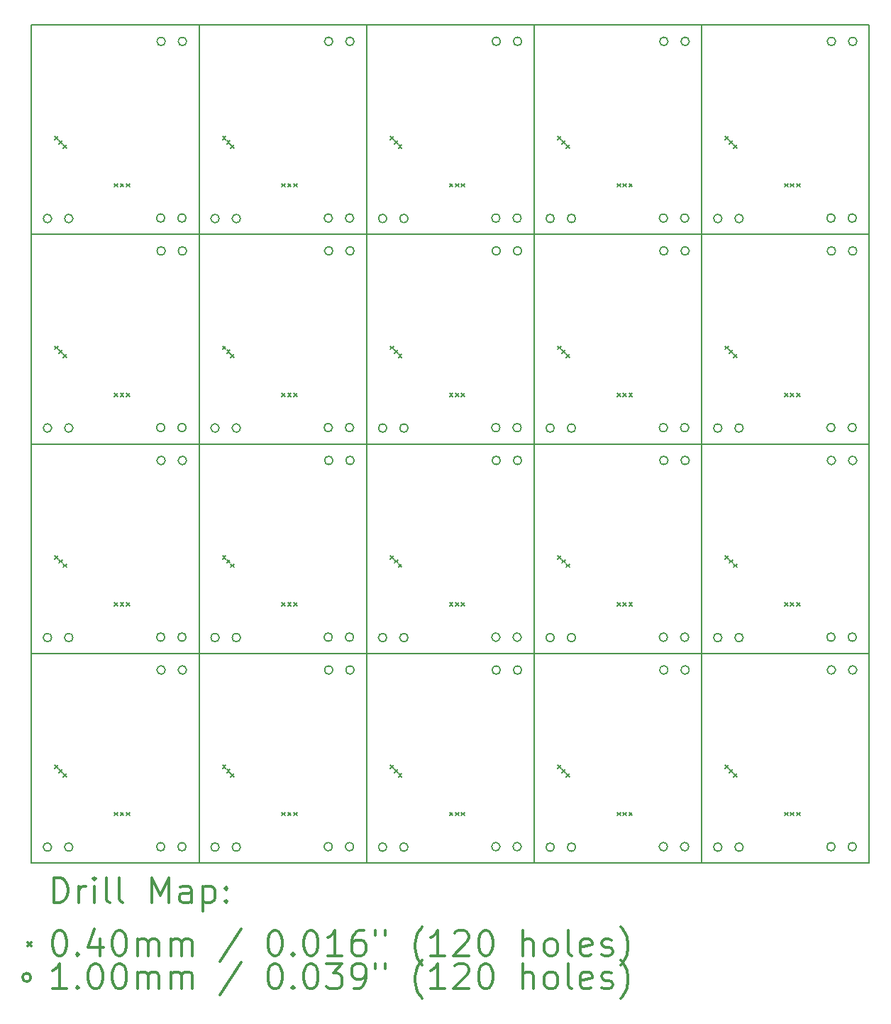
<source format=gbr>
%FSLAX45Y45*%
G04 Gerber Fmt 4.5, Leading zero omitted, Abs format (unit mm)*
G04 Created by KiCad (PCBNEW 4.0.2-stable) date 11/13/2017 5:19:13 PM*
%MOMM*%
G01*
G04 APERTURE LIST*
%ADD10C,0.127000*%
%ADD11C,0.150000*%
%ADD12C,0.200000*%
%ADD13C,0.300000*%
G04 APERTURE END LIST*
D10*
D11*
X11000000Y-14000000D02*
X11000000Y-11500000D01*
X9000000Y-14000000D02*
X11000000Y-14000000D01*
X11000000Y-11500000D02*
X9000000Y-11500000D01*
X9000000Y-14000000D02*
X9000000Y-11500000D01*
X11000000Y-11500000D02*
X11000000Y-14000000D01*
X13000000Y-14000000D02*
X13000000Y-11500000D01*
X11000000Y-14000000D02*
X13000000Y-14000000D01*
X13000000Y-11500000D02*
X13000000Y-14000000D01*
X13000000Y-14000000D02*
X15000000Y-14000000D01*
X13000000Y-11500000D02*
X11000000Y-11500000D01*
X15000000Y-11500000D02*
X13000000Y-11500000D01*
X15000000Y-11500000D02*
X15000000Y-14000000D01*
X17000000Y-11500000D02*
X15000000Y-11500000D01*
X15000000Y-14000000D02*
X15000000Y-11500000D01*
X15000000Y-14000000D02*
X17000000Y-14000000D01*
X17000000Y-14000000D02*
X17000000Y-11500000D01*
X7000000Y-11500000D02*
X7000000Y-14000000D01*
X9000000Y-11500000D02*
X9000000Y-14000000D01*
X7000000Y-14000000D02*
X9000000Y-14000000D01*
X9000000Y-11500000D02*
X7000000Y-11500000D01*
X11000000Y-11500000D02*
X11000000Y-9000000D01*
X9000000Y-11500000D02*
X11000000Y-11500000D01*
X11000000Y-9000000D02*
X9000000Y-9000000D01*
X9000000Y-11500000D02*
X9000000Y-9000000D01*
X11000000Y-9000000D02*
X11000000Y-11500000D01*
X13000000Y-11500000D02*
X13000000Y-9000000D01*
X11000000Y-11500000D02*
X13000000Y-11500000D01*
X13000000Y-9000000D02*
X13000000Y-11500000D01*
X13000000Y-11500000D02*
X15000000Y-11500000D01*
X13000000Y-9000000D02*
X11000000Y-9000000D01*
X15000000Y-9000000D02*
X13000000Y-9000000D01*
X15000000Y-9000000D02*
X15000000Y-11500000D01*
X17000000Y-9000000D02*
X15000000Y-9000000D01*
X15000000Y-11500000D02*
X15000000Y-9000000D01*
X15000000Y-11500000D02*
X17000000Y-11500000D01*
X17000000Y-11500000D02*
X17000000Y-9000000D01*
X7000000Y-9000000D02*
X7000000Y-11500000D01*
X9000000Y-9000000D02*
X9000000Y-11500000D01*
X7000000Y-11500000D02*
X9000000Y-11500000D01*
X9000000Y-9000000D02*
X7000000Y-9000000D01*
X11000000Y-9000000D02*
X11000000Y-6500000D01*
X9000000Y-9000000D02*
X11000000Y-9000000D01*
X11000000Y-6500000D02*
X9000000Y-6500000D01*
X9000000Y-9000000D02*
X9000000Y-6500000D01*
X11000000Y-6500000D02*
X11000000Y-9000000D01*
X13000000Y-9000000D02*
X13000000Y-6500000D01*
X11000000Y-9000000D02*
X13000000Y-9000000D01*
X13000000Y-6500000D02*
X13000000Y-9000000D01*
X13000000Y-9000000D02*
X15000000Y-9000000D01*
X13000000Y-6500000D02*
X11000000Y-6500000D01*
X15000000Y-6500000D02*
X13000000Y-6500000D01*
X15000000Y-6500000D02*
X15000000Y-9000000D01*
X17000000Y-6500000D02*
X15000000Y-6500000D01*
X15000000Y-9000000D02*
X15000000Y-6500000D01*
X15000000Y-9000000D02*
X17000000Y-9000000D01*
X17000000Y-9000000D02*
X17000000Y-6500000D01*
X7000000Y-6500000D02*
X7000000Y-9000000D01*
X9000000Y-6500000D02*
X9000000Y-9000000D01*
X7000000Y-9000000D02*
X9000000Y-9000000D01*
X9000000Y-6500000D02*
X7000000Y-6500000D01*
X15000000Y-4000000D02*
X15000000Y-6500000D01*
X17000000Y-6500000D02*
X17000000Y-4000000D01*
X17000000Y-4000000D02*
X15000000Y-4000000D01*
X15000000Y-6500000D02*
X17000000Y-6500000D01*
X13000000Y-4000000D02*
X13000000Y-6500000D01*
X15000000Y-6500000D02*
X15000000Y-4000000D01*
X15000000Y-4000000D02*
X13000000Y-4000000D01*
X13000000Y-6500000D02*
X15000000Y-6500000D01*
X11000000Y-4000000D02*
X11000000Y-6500000D01*
X13000000Y-6500000D02*
X13000000Y-4000000D01*
X13000000Y-4000000D02*
X11000000Y-4000000D01*
X11000000Y-6500000D02*
X13000000Y-6500000D01*
X9000000Y-4000000D02*
X9000000Y-6500000D01*
X11000000Y-6500000D02*
X11000000Y-4000000D01*
X11000000Y-4000000D02*
X9000000Y-4000000D01*
X9000000Y-6500000D02*
X11000000Y-6500000D01*
X9000000Y-4000000D02*
X7000000Y-4000000D01*
X9000000Y-6500000D02*
X9000000Y-4000000D01*
X7000000Y-6500000D02*
X9000000Y-6500000D01*
X7000000Y-4000000D02*
X7000000Y-6500000D01*
D12*
X7280000Y-5330000D02*
X7320000Y-5370000D01*
X7320000Y-5330000D02*
X7280000Y-5370000D01*
X7280000Y-7830000D02*
X7320000Y-7870000D01*
X7320000Y-7830000D02*
X7280000Y-7870000D01*
X7280000Y-10330000D02*
X7320000Y-10370000D01*
X7320000Y-10330000D02*
X7280000Y-10370000D01*
X7280000Y-12830000D02*
X7320000Y-12870000D01*
X7320000Y-12830000D02*
X7280000Y-12870000D01*
X7330000Y-5380000D02*
X7370000Y-5420000D01*
X7370000Y-5380000D02*
X7330000Y-5420000D01*
X7330000Y-7880000D02*
X7370000Y-7920000D01*
X7370000Y-7880000D02*
X7330000Y-7920000D01*
X7330000Y-10380000D02*
X7370000Y-10420000D01*
X7370000Y-10380000D02*
X7330000Y-10420000D01*
X7330000Y-12880000D02*
X7370000Y-12920000D01*
X7370000Y-12880000D02*
X7330000Y-12920000D01*
X7378760Y-5430320D02*
X7418760Y-5470320D01*
X7418760Y-5430320D02*
X7378760Y-5470320D01*
X7378760Y-7930320D02*
X7418760Y-7970320D01*
X7418760Y-7930320D02*
X7378760Y-7970320D01*
X7378760Y-10430320D02*
X7418760Y-10470320D01*
X7418760Y-10430320D02*
X7378760Y-10470320D01*
X7378760Y-12930320D02*
X7418760Y-12970320D01*
X7418760Y-12930320D02*
X7378760Y-12970320D01*
X7988360Y-5892600D02*
X8028360Y-5932600D01*
X8028360Y-5892600D02*
X7988360Y-5932600D01*
X7988360Y-8392600D02*
X8028360Y-8432600D01*
X8028360Y-8392600D02*
X7988360Y-8432600D01*
X7988360Y-10892600D02*
X8028360Y-10932600D01*
X8028360Y-10892600D02*
X7988360Y-10932600D01*
X7988360Y-13392600D02*
X8028360Y-13432600D01*
X8028360Y-13392600D02*
X7988360Y-13432600D01*
X8059480Y-5892600D02*
X8099480Y-5932600D01*
X8099480Y-5892600D02*
X8059480Y-5932600D01*
X8059480Y-8392600D02*
X8099480Y-8432600D01*
X8099480Y-8392600D02*
X8059480Y-8432600D01*
X8059480Y-10892600D02*
X8099480Y-10932600D01*
X8099480Y-10892600D02*
X8059480Y-10932600D01*
X8059480Y-13392600D02*
X8099480Y-13432600D01*
X8099480Y-13392600D02*
X8059480Y-13432600D01*
X8130600Y-5892600D02*
X8170600Y-5932600D01*
X8170600Y-5892600D02*
X8130600Y-5932600D01*
X8130600Y-8392600D02*
X8170600Y-8432600D01*
X8170600Y-8392600D02*
X8130600Y-8432600D01*
X8130600Y-10892600D02*
X8170600Y-10932600D01*
X8170600Y-10892600D02*
X8130600Y-10932600D01*
X8130600Y-13392600D02*
X8170600Y-13432600D01*
X8170600Y-13392600D02*
X8130600Y-13432600D01*
X9280000Y-5330000D02*
X9320000Y-5370000D01*
X9320000Y-5330000D02*
X9280000Y-5370000D01*
X9280000Y-7830000D02*
X9320000Y-7870000D01*
X9320000Y-7830000D02*
X9280000Y-7870000D01*
X9280000Y-10330000D02*
X9320000Y-10370000D01*
X9320000Y-10330000D02*
X9280000Y-10370000D01*
X9280000Y-12830000D02*
X9320000Y-12870000D01*
X9320000Y-12830000D02*
X9280000Y-12870000D01*
X9330000Y-5380000D02*
X9370000Y-5420000D01*
X9370000Y-5380000D02*
X9330000Y-5420000D01*
X9330000Y-7880000D02*
X9370000Y-7920000D01*
X9370000Y-7880000D02*
X9330000Y-7920000D01*
X9330000Y-10380000D02*
X9370000Y-10420000D01*
X9370000Y-10380000D02*
X9330000Y-10420000D01*
X9330000Y-12880000D02*
X9370000Y-12920000D01*
X9370000Y-12880000D02*
X9330000Y-12920000D01*
X9378760Y-5430320D02*
X9418760Y-5470320D01*
X9418760Y-5430320D02*
X9378760Y-5470320D01*
X9378760Y-7930320D02*
X9418760Y-7970320D01*
X9418760Y-7930320D02*
X9378760Y-7970320D01*
X9378760Y-10430320D02*
X9418760Y-10470320D01*
X9418760Y-10430320D02*
X9378760Y-10470320D01*
X9378760Y-12930320D02*
X9418760Y-12970320D01*
X9418760Y-12930320D02*
X9378760Y-12970320D01*
X9988360Y-5892600D02*
X10028360Y-5932600D01*
X10028360Y-5892600D02*
X9988360Y-5932600D01*
X9988360Y-8392600D02*
X10028360Y-8432600D01*
X10028360Y-8392600D02*
X9988360Y-8432600D01*
X9988360Y-10892600D02*
X10028360Y-10932600D01*
X10028360Y-10892600D02*
X9988360Y-10932600D01*
X9988360Y-13392600D02*
X10028360Y-13432600D01*
X10028360Y-13392600D02*
X9988360Y-13432600D01*
X10059480Y-5892600D02*
X10099480Y-5932600D01*
X10099480Y-5892600D02*
X10059480Y-5932600D01*
X10059480Y-8392600D02*
X10099480Y-8432600D01*
X10099480Y-8392600D02*
X10059480Y-8432600D01*
X10059480Y-10892600D02*
X10099480Y-10932600D01*
X10099480Y-10892600D02*
X10059480Y-10932600D01*
X10059480Y-13392600D02*
X10099480Y-13432600D01*
X10099480Y-13392600D02*
X10059480Y-13432600D01*
X10130600Y-5892600D02*
X10170600Y-5932600D01*
X10170600Y-5892600D02*
X10130600Y-5932600D01*
X10130600Y-8392600D02*
X10170600Y-8432600D01*
X10170600Y-8392600D02*
X10130600Y-8432600D01*
X10130600Y-10892600D02*
X10170600Y-10932600D01*
X10170600Y-10892600D02*
X10130600Y-10932600D01*
X10130600Y-13392600D02*
X10170600Y-13432600D01*
X10170600Y-13392600D02*
X10130600Y-13432600D01*
X11280000Y-5330000D02*
X11320000Y-5370000D01*
X11320000Y-5330000D02*
X11280000Y-5370000D01*
X11280000Y-7830000D02*
X11320000Y-7870000D01*
X11320000Y-7830000D02*
X11280000Y-7870000D01*
X11280000Y-10330000D02*
X11320000Y-10370000D01*
X11320000Y-10330000D02*
X11280000Y-10370000D01*
X11280000Y-12830000D02*
X11320000Y-12870000D01*
X11320000Y-12830000D02*
X11280000Y-12870000D01*
X11330000Y-5380000D02*
X11370000Y-5420000D01*
X11370000Y-5380000D02*
X11330000Y-5420000D01*
X11330000Y-7880000D02*
X11370000Y-7920000D01*
X11370000Y-7880000D02*
X11330000Y-7920000D01*
X11330000Y-10380000D02*
X11370000Y-10420000D01*
X11370000Y-10380000D02*
X11330000Y-10420000D01*
X11330000Y-12880000D02*
X11370000Y-12920000D01*
X11370000Y-12880000D02*
X11330000Y-12920000D01*
X11378760Y-5430320D02*
X11418760Y-5470320D01*
X11418760Y-5430320D02*
X11378760Y-5470320D01*
X11378760Y-7930320D02*
X11418760Y-7970320D01*
X11418760Y-7930320D02*
X11378760Y-7970320D01*
X11378760Y-10430320D02*
X11418760Y-10470320D01*
X11418760Y-10430320D02*
X11378760Y-10470320D01*
X11378760Y-12930320D02*
X11418760Y-12970320D01*
X11418760Y-12930320D02*
X11378760Y-12970320D01*
X11988360Y-5892600D02*
X12028360Y-5932600D01*
X12028360Y-5892600D02*
X11988360Y-5932600D01*
X11988360Y-8392600D02*
X12028360Y-8432600D01*
X12028360Y-8392600D02*
X11988360Y-8432600D01*
X11988360Y-10892600D02*
X12028360Y-10932600D01*
X12028360Y-10892600D02*
X11988360Y-10932600D01*
X11988360Y-13392600D02*
X12028360Y-13432600D01*
X12028360Y-13392600D02*
X11988360Y-13432600D01*
X12059480Y-5892600D02*
X12099480Y-5932600D01*
X12099480Y-5892600D02*
X12059480Y-5932600D01*
X12059480Y-8392600D02*
X12099480Y-8432600D01*
X12099480Y-8392600D02*
X12059480Y-8432600D01*
X12059480Y-10892600D02*
X12099480Y-10932600D01*
X12099480Y-10892600D02*
X12059480Y-10932600D01*
X12059480Y-13392600D02*
X12099480Y-13432600D01*
X12099480Y-13392600D02*
X12059480Y-13432600D01*
X12130600Y-5892600D02*
X12170600Y-5932600D01*
X12170600Y-5892600D02*
X12130600Y-5932600D01*
X12130600Y-8392600D02*
X12170600Y-8432600D01*
X12170600Y-8392600D02*
X12130600Y-8432600D01*
X12130600Y-10892600D02*
X12170600Y-10932600D01*
X12170600Y-10892600D02*
X12130600Y-10932600D01*
X12130600Y-13392600D02*
X12170600Y-13432600D01*
X12170600Y-13392600D02*
X12130600Y-13432600D01*
X13280000Y-5330000D02*
X13320000Y-5370000D01*
X13320000Y-5330000D02*
X13280000Y-5370000D01*
X13280000Y-7830000D02*
X13320000Y-7870000D01*
X13320000Y-7830000D02*
X13280000Y-7870000D01*
X13280000Y-10330000D02*
X13320000Y-10370000D01*
X13320000Y-10330000D02*
X13280000Y-10370000D01*
X13280000Y-12830000D02*
X13320000Y-12870000D01*
X13320000Y-12830000D02*
X13280000Y-12870000D01*
X13330000Y-5380000D02*
X13370000Y-5420000D01*
X13370000Y-5380000D02*
X13330000Y-5420000D01*
X13330000Y-7880000D02*
X13370000Y-7920000D01*
X13370000Y-7880000D02*
X13330000Y-7920000D01*
X13330000Y-10380000D02*
X13370000Y-10420000D01*
X13370000Y-10380000D02*
X13330000Y-10420000D01*
X13330000Y-12880000D02*
X13370000Y-12920000D01*
X13370000Y-12880000D02*
X13330000Y-12920000D01*
X13378760Y-5430320D02*
X13418760Y-5470320D01*
X13418760Y-5430320D02*
X13378760Y-5470320D01*
X13378760Y-7930320D02*
X13418760Y-7970320D01*
X13418760Y-7930320D02*
X13378760Y-7970320D01*
X13378760Y-10430320D02*
X13418760Y-10470320D01*
X13418760Y-10430320D02*
X13378760Y-10470320D01*
X13378760Y-12930320D02*
X13418760Y-12970320D01*
X13418760Y-12930320D02*
X13378760Y-12970320D01*
X13988360Y-5892600D02*
X14028360Y-5932600D01*
X14028360Y-5892600D02*
X13988360Y-5932600D01*
X13988360Y-8392600D02*
X14028360Y-8432600D01*
X14028360Y-8392600D02*
X13988360Y-8432600D01*
X13988360Y-10892600D02*
X14028360Y-10932600D01*
X14028360Y-10892600D02*
X13988360Y-10932600D01*
X13988360Y-13392600D02*
X14028360Y-13432600D01*
X14028360Y-13392600D02*
X13988360Y-13432600D01*
X14059480Y-5892600D02*
X14099480Y-5932600D01*
X14099480Y-5892600D02*
X14059480Y-5932600D01*
X14059480Y-8392600D02*
X14099480Y-8432600D01*
X14099480Y-8392600D02*
X14059480Y-8432600D01*
X14059480Y-10892600D02*
X14099480Y-10932600D01*
X14099480Y-10892600D02*
X14059480Y-10932600D01*
X14059480Y-13392600D02*
X14099480Y-13432600D01*
X14099480Y-13392600D02*
X14059480Y-13432600D01*
X14130600Y-5892600D02*
X14170600Y-5932600D01*
X14170600Y-5892600D02*
X14130600Y-5932600D01*
X14130600Y-8392600D02*
X14170600Y-8432600D01*
X14170600Y-8392600D02*
X14130600Y-8432600D01*
X14130600Y-10892600D02*
X14170600Y-10932600D01*
X14170600Y-10892600D02*
X14130600Y-10932600D01*
X14130600Y-13392600D02*
X14170600Y-13432600D01*
X14170600Y-13392600D02*
X14130600Y-13432600D01*
X15280000Y-5330000D02*
X15320000Y-5370000D01*
X15320000Y-5330000D02*
X15280000Y-5370000D01*
X15280000Y-7830000D02*
X15320000Y-7870000D01*
X15320000Y-7830000D02*
X15280000Y-7870000D01*
X15280000Y-10330000D02*
X15320000Y-10370000D01*
X15320000Y-10330000D02*
X15280000Y-10370000D01*
X15280000Y-12830000D02*
X15320000Y-12870000D01*
X15320000Y-12830000D02*
X15280000Y-12870000D01*
X15330000Y-5380000D02*
X15370000Y-5420000D01*
X15370000Y-5380000D02*
X15330000Y-5420000D01*
X15330000Y-7880000D02*
X15370000Y-7920000D01*
X15370000Y-7880000D02*
X15330000Y-7920000D01*
X15330000Y-10380000D02*
X15370000Y-10420000D01*
X15370000Y-10380000D02*
X15330000Y-10420000D01*
X15330000Y-12880000D02*
X15370000Y-12920000D01*
X15370000Y-12880000D02*
X15330000Y-12920000D01*
X15378760Y-5430320D02*
X15418760Y-5470320D01*
X15418760Y-5430320D02*
X15378760Y-5470320D01*
X15378760Y-7930320D02*
X15418760Y-7970320D01*
X15418760Y-7930320D02*
X15378760Y-7970320D01*
X15378760Y-10430320D02*
X15418760Y-10470320D01*
X15418760Y-10430320D02*
X15378760Y-10470320D01*
X15378760Y-12930320D02*
X15418760Y-12970320D01*
X15418760Y-12930320D02*
X15378760Y-12970320D01*
X15988360Y-5892600D02*
X16028360Y-5932600D01*
X16028360Y-5892600D02*
X15988360Y-5932600D01*
X15988360Y-8392600D02*
X16028360Y-8432600D01*
X16028360Y-8392600D02*
X15988360Y-8432600D01*
X15988360Y-10892600D02*
X16028360Y-10932600D01*
X16028360Y-10892600D02*
X15988360Y-10932600D01*
X15988360Y-13392600D02*
X16028360Y-13432600D01*
X16028360Y-13392600D02*
X15988360Y-13432600D01*
X16059480Y-5892600D02*
X16099480Y-5932600D01*
X16099480Y-5892600D02*
X16059480Y-5932600D01*
X16059480Y-8392600D02*
X16099480Y-8432600D01*
X16099480Y-8392600D02*
X16059480Y-8432600D01*
X16059480Y-10892600D02*
X16099480Y-10932600D01*
X16099480Y-10892600D02*
X16059480Y-10932600D01*
X16059480Y-13392600D02*
X16099480Y-13432600D01*
X16099480Y-13392600D02*
X16059480Y-13432600D01*
X16130600Y-5892600D02*
X16170600Y-5932600D01*
X16170600Y-5892600D02*
X16130600Y-5932600D01*
X16130600Y-8392600D02*
X16170600Y-8432600D01*
X16170600Y-8392600D02*
X16130600Y-8432600D01*
X16130600Y-10892600D02*
X16170600Y-10932600D01*
X16170600Y-10892600D02*
X16130600Y-10932600D01*
X16130600Y-13392600D02*
X16170600Y-13432600D01*
X16170600Y-13392600D02*
X16130600Y-13432600D01*
X7240480Y-6308840D02*
G75*
G03X7240480Y-6308840I-50000J0D01*
G01*
X7240480Y-8808840D02*
G75*
G03X7240480Y-8808840I-50000J0D01*
G01*
X7240480Y-11308840D02*
G75*
G03X7240480Y-11308840I-50000J0D01*
G01*
X7240480Y-13808840D02*
G75*
G03X7240480Y-13808840I-50000J0D01*
G01*
X7494480Y-6308840D02*
G75*
G03X7494480Y-6308840I-50000J0D01*
G01*
X7494480Y-8808840D02*
G75*
G03X7494480Y-8808840I-50000J0D01*
G01*
X7494480Y-11308840D02*
G75*
G03X7494480Y-11308840I-50000J0D01*
G01*
X7494480Y-13808840D02*
G75*
G03X7494480Y-13808840I-50000J0D01*
G01*
X8591760Y-6303760D02*
G75*
G03X8591760Y-6303760I-50000J0D01*
G01*
X8591760Y-8803760D02*
G75*
G03X8591760Y-8803760I-50000J0D01*
G01*
X8591760Y-11303760D02*
G75*
G03X8591760Y-11303760I-50000J0D01*
G01*
X8591760Y-13803760D02*
G75*
G03X8591760Y-13803760I-50000J0D01*
G01*
X8596840Y-4195560D02*
G75*
G03X8596840Y-4195560I-50000J0D01*
G01*
X8596840Y-6695560D02*
G75*
G03X8596840Y-6695560I-50000J0D01*
G01*
X8596840Y-9195560D02*
G75*
G03X8596840Y-9195560I-50000J0D01*
G01*
X8596840Y-11695560D02*
G75*
G03X8596840Y-11695560I-50000J0D01*
G01*
X8845760Y-6303760D02*
G75*
G03X8845760Y-6303760I-50000J0D01*
G01*
X8845760Y-8803760D02*
G75*
G03X8845760Y-8803760I-50000J0D01*
G01*
X8845760Y-11303760D02*
G75*
G03X8845760Y-11303760I-50000J0D01*
G01*
X8845760Y-13803760D02*
G75*
G03X8845760Y-13803760I-50000J0D01*
G01*
X8850840Y-4195560D02*
G75*
G03X8850840Y-4195560I-50000J0D01*
G01*
X8850840Y-6695560D02*
G75*
G03X8850840Y-6695560I-50000J0D01*
G01*
X8850840Y-9195560D02*
G75*
G03X8850840Y-9195560I-50000J0D01*
G01*
X8850840Y-11695560D02*
G75*
G03X8850840Y-11695560I-50000J0D01*
G01*
X9240480Y-6308840D02*
G75*
G03X9240480Y-6308840I-50000J0D01*
G01*
X9240480Y-8808840D02*
G75*
G03X9240480Y-8808840I-50000J0D01*
G01*
X9240480Y-11308840D02*
G75*
G03X9240480Y-11308840I-50000J0D01*
G01*
X9240480Y-13808840D02*
G75*
G03X9240480Y-13808840I-50000J0D01*
G01*
X9494480Y-6308840D02*
G75*
G03X9494480Y-6308840I-50000J0D01*
G01*
X9494480Y-8808840D02*
G75*
G03X9494480Y-8808840I-50000J0D01*
G01*
X9494480Y-11308840D02*
G75*
G03X9494480Y-11308840I-50000J0D01*
G01*
X9494480Y-13808840D02*
G75*
G03X9494480Y-13808840I-50000J0D01*
G01*
X10591760Y-6303760D02*
G75*
G03X10591760Y-6303760I-50000J0D01*
G01*
X10591760Y-8803760D02*
G75*
G03X10591760Y-8803760I-50000J0D01*
G01*
X10591760Y-11303760D02*
G75*
G03X10591760Y-11303760I-50000J0D01*
G01*
X10591760Y-13803760D02*
G75*
G03X10591760Y-13803760I-50000J0D01*
G01*
X10596840Y-4195560D02*
G75*
G03X10596840Y-4195560I-50000J0D01*
G01*
X10596840Y-6695560D02*
G75*
G03X10596840Y-6695560I-50000J0D01*
G01*
X10596840Y-9195560D02*
G75*
G03X10596840Y-9195560I-50000J0D01*
G01*
X10596840Y-11695560D02*
G75*
G03X10596840Y-11695560I-50000J0D01*
G01*
X10845760Y-6303760D02*
G75*
G03X10845760Y-6303760I-50000J0D01*
G01*
X10845760Y-8803760D02*
G75*
G03X10845760Y-8803760I-50000J0D01*
G01*
X10845760Y-11303760D02*
G75*
G03X10845760Y-11303760I-50000J0D01*
G01*
X10845760Y-13803760D02*
G75*
G03X10845760Y-13803760I-50000J0D01*
G01*
X10850840Y-4195560D02*
G75*
G03X10850840Y-4195560I-50000J0D01*
G01*
X10850840Y-6695560D02*
G75*
G03X10850840Y-6695560I-50000J0D01*
G01*
X10850840Y-9195560D02*
G75*
G03X10850840Y-9195560I-50000J0D01*
G01*
X10850840Y-11695560D02*
G75*
G03X10850840Y-11695560I-50000J0D01*
G01*
X11240480Y-6308840D02*
G75*
G03X11240480Y-6308840I-50000J0D01*
G01*
X11240480Y-8808840D02*
G75*
G03X11240480Y-8808840I-50000J0D01*
G01*
X11240480Y-11308840D02*
G75*
G03X11240480Y-11308840I-50000J0D01*
G01*
X11240480Y-13808840D02*
G75*
G03X11240480Y-13808840I-50000J0D01*
G01*
X11494480Y-6308840D02*
G75*
G03X11494480Y-6308840I-50000J0D01*
G01*
X11494480Y-8808840D02*
G75*
G03X11494480Y-8808840I-50000J0D01*
G01*
X11494480Y-11308840D02*
G75*
G03X11494480Y-11308840I-50000J0D01*
G01*
X11494480Y-13808840D02*
G75*
G03X11494480Y-13808840I-50000J0D01*
G01*
X12591760Y-6303760D02*
G75*
G03X12591760Y-6303760I-50000J0D01*
G01*
X12591760Y-8803760D02*
G75*
G03X12591760Y-8803760I-50000J0D01*
G01*
X12591760Y-11303760D02*
G75*
G03X12591760Y-11303760I-50000J0D01*
G01*
X12591760Y-13803760D02*
G75*
G03X12591760Y-13803760I-50000J0D01*
G01*
X12596840Y-4195560D02*
G75*
G03X12596840Y-4195560I-50000J0D01*
G01*
X12596840Y-6695560D02*
G75*
G03X12596840Y-6695560I-50000J0D01*
G01*
X12596840Y-9195560D02*
G75*
G03X12596840Y-9195560I-50000J0D01*
G01*
X12596840Y-11695560D02*
G75*
G03X12596840Y-11695560I-50000J0D01*
G01*
X12845760Y-6303760D02*
G75*
G03X12845760Y-6303760I-50000J0D01*
G01*
X12845760Y-8803760D02*
G75*
G03X12845760Y-8803760I-50000J0D01*
G01*
X12845760Y-11303760D02*
G75*
G03X12845760Y-11303760I-50000J0D01*
G01*
X12845760Y-13803760D02*
G75*
G03X12845760Y-13803760I-50000J0D01*
G01*
X12850840Y-4195560D02*
G75*
G03X12850840Y-4195560I-50000J0D01*
G01*
X12850840Y-6695560D02*
G75*
G03X12850840Y-6695560I-50000J0D01*
G01*
X12850840Y-9195560D02*
G75*
G03X12850840Y-9195560I-50000J0D01*
G01*
X12850840Y-11695560D02*
G75*
G03X12850840Y-11695560I-50000J0D01*
G01*
X13240480Y-6308840D02*
G75*
G03X13240480Y-6308840I-50000J0D01*
G01*
X13240480Y-8808840D02*
G75*
G03X13240480Y-8808840I-50000J0D01*
G01*
X13240480Y-11308840D02*
G75*
G03X13240480Y-11308840I-50000J0D01*
G01*
X13240480Y-13808840D02*
G75*
G03X13240480Y-13808840I-50000J0D01*
G01*
X13494480Y-6308840D02*
G75*
G03X13494480Y-6308840I-50000J0D01*
G01*
X13494480Y-8808840D02*
G75*
G03X13494480Y-8808840I-50000J0D01*
G01*
X13494480Y-11308840D02*
G75*
G03X13494480Y-11308840I-50000J0D01*
G01*
X13494480Y-13808840D02*
G75*
G03X13494480Y-13808840I-50000J0D01*
G01*
X14591760Y-6303760D02*
G75*
G03X14591760Y-6303760I-50000J0D01*
G01*
X14591760Y-8803760D02*
G75*
G03X14591760Y-8803760I-50000J0D01*
G01*
X14591760Y-11303760D02*
G75*
G03X14591760Y-11303760I-50000J0D01*
G01*
X14591760Y-13803760D02*
G75*
G03X14591760Y-13803760I-50000J0D01*
G01*
X14596840Y-4195560D02*
G75*
G03X14596840Y-4195560I-50000J0D01*
G01*
X14596840Y-6695560D02*
G75*
G03X14596840Y-6695560I-50000J0D01*
G01*
X14596840Y-9195560D02*
G75*
G03X14596840Y-9195560I-50000J0D01*
G01*
X14596840Y-11695560D02*
G75*
G03X14596840Y-11695560I-50000J0D01*
G01*
X14845760Y-6303760D02*
G75*
G03X14845760Y-6303760I-50000J0D01*
G01*
X14845760Y-8803760D02*
G75*
G03X14845760Y-8803760I-50000J0D01*
G01*
X14845760Y-11303760D02*
G75*
G03X14845760Y-11303760I-50000J0D01*
G01*
X14845760Y-13803760D02*
G75*
G03X14845760Y-13803760I-50000J0D01*
G01*
X14850840Y-4195560D02*
G75*
G03X14850840Y-4195560I-50000J0D01*
G01*
X14850840Y-6695560D02*
G75*
G03X14850840Y-6695560I-50000J0D01*
G01*
X14850840Y-9195560D02*
G75*
G03X14850840Y-9195560I-50000J0D01*
G01*
X14850840Y-11695560D02*
G75*
G03X14850840Y-11695560I-50000J0D01*
G01*
X15240480Y-6308840D02*
G75*
G03X15240480Y-6308840I-50000J0D01*
G01*
X15240480Y-8808840D02*
G75*
G03X15240480Y-8808840I-50000J0D01*
G01*
X15240480Y-11308840D02*
G75*
G03X15240480Y-11308840I-50000J0D01*
G01*
X15240480Y-13808840D02*
G75*
G03X15240480Y-13808840I-50000J0D01*
G01*
X15494480Y-6308840D02*
G75*
G03X15494480Y-6308840I-50000J0D01*
G01*
X15494480Y-8808840D02*
G75*
G03X15494480Y-8808840I-50000J0D01*
G01*
X15494480Y-11308840D02*
G75*
G03X15494480Y-11308840I-50000J0D01*
G01*
X15494480Y-13808840D02*
G75*
G03X15494480Y-13808840I-50000J0D01*
G01*
X16591760Y-6303760D02*
G75*
G03X16591760Y-6303760I-50000J0D01*
G01*
X16591760Y-8803760D02*
G75*
G03X16591760Y-8803760I-50000J0D01*
G01*
X16591760Y-11303760D02*
G75*
G03X16591760Y-11303760I-50000J0D01*
G01*
X16591760Y-13803760D02*
G75*
G03X16591760Y-13803760I-50000J0D01*
G01*
X16596840Y-4195560D02*
G75*
G03X16596840Y-4195560I-50000J0D01*
G01*
X16596840Y-6695560D02*
G75*
G03X16596840Y-6695560I-50000J0D01*
G01*
X16596840Y-9195560D02*
G75*
G03X16596840Y-9195560I-50000J0D01*
G01*
X16596840Y-11695560D02*
G75*
G03X16596840Y-11695560I-50000J0D01*
G01*
X16845760Y-6303760D02*
G75*
G03X16845760Y-6303760I-50000J0D01*
G01*
X16845760Y-8803760D02*
G75*
G03X16845760Y-8803760I-50000J0D01*
G01*
X16845760Y-11303760D02*
G75*
G03X16845760Y-11303760I-50000J0D01*
G01*
X16845760Y-13803760D02*
G75*
G03X16845760Y-13803760I-50000J0D01*
G01*
X16850840Y-4195560D02*
G75*
G03X16850840Y-4195560I-50000J0D01*
G01*
X16850840Y-6695560D02*
G75*
G03X16850840Y-6695560I-50000J0D01*
G01*
X16850840Y-9195560D02*
G75*
G03X16850840Y-9195560I-50000J0D01*
G01*
X16850840Y-11695560D02*
G75*
G03X16850840Y-11695560I-50000J0D01*
G01*
D13*
X7263928Y-14473214D02*
X7263928Y-14173214D01*
X7335357Y-14173214D01*
X7378214Y-14187500D01*
X7406786Y-14216071D01*
X7421071Y-14244643D01*
X7435357Y-14301786D01*
X7435357Y-14344643D01*
X7421071Y-14401786D01*
X7406786Y-14430357D01*
X7378214Y-14458929D01*
X7335357Y-14473214D01*
X7263928Y-14473214D01*
X7563928Y-14473214D02*
X7563928Y-14273214D01*
X7563928Y-14330357D02*
X7578214Y-14301786D01*
X7592500Y-14287500D01*
X7621071Y-14273214D01*
X7649643Y-14273214D01*
X7749643Y-14473214D02*
X7749643Y-14273214D01*
X7749643Y-14173214D02*
X7735357Y-14187500D01*
X7749643Y-14201786D01*
X7763928Y-14187500D01*
X7749643Y-14173214D01*
X7749643Y-14201786D01*
X7935357Y-14473214D02*
X7906786Y-14458929D01*
X7892500Y-14430357D01*
X7892500Y-14173214D01*
X8092500Y-14473214D02*
X8063928Y-14458929D01*
X8049643Y-14430357D01*
X8049643Y-14173214D01*
X8435357Y-14473214D02*
X8435357Y-14173214D01*
X8535357Y-14387500D01*
X8635357Y-14173214D01*
X8635357Y-14473214D01*
X8906786Y-14473214D02*
X8906786Y-14316071D01*
X8892500Y-14287500D01*
X8863929Y-14273214D01*
X8806786Y-14273214D01*
X8778214Y-14287500D01*
X8906786Y-14458929D02*
X8878214Y-14473214D01*
X8806786Y-14473214D01*
X8778214Y-14458929D01*
X8763929Y-14430357D01*
X8763929Y-14401786D01*
X8778214Y-14373214D01*
X8806786Y-14358929D01*
X8878214Y-14358929D01*
X8906786Y-14344643D01*
X9049643Y-14273214D02*
X9049643Y-14573214D01*
X9049643Y-14287500D02*
X9078214Y-14273214D01*
X9135357Y-14273214D01*
X9163929Y-14287500D01*
X9178214Y-14301786D01*
X9192500Y-14330357D01*
X9192500Y-14416071D01*
X9178214Y-14444643D01*
X9163929Y-14458929D01*
X9135357Y-14473214D01*
X9078214Y-14473214D01*
X9049643Y-14458929D01*
X9321071Y-14444643D02*
X9335357Y-14458929D01*
X9321071Y-14473214D01*
X9306786Y-14458929D01*
X9321071Y-14444643D01*
X9321071Y-14473214D01*
X9321071Y-14287500D02*
X9335357Y-14301786D01*
X9321071Y-14316071D01*
X9306786Y-14301786D01*
X9321071Y-14287500D01*
X9321071Y-14316071D01*
X6952500Y-14947500D02*
X6992500Y-14987500D01*
X6992500Y-14947500D02*
X6952500Y-14987500D01*
X7321071Y-14803214D02*
X7349643Y-14803214D01*
X7378214Y-14817500D01*
X7392500Y-14831786D01*
X7406786Y-14860357D01*
X7421071Y-14917500D01*
X7421071Y-14988929D01*
X7406786Y-15046071D01*
X7392500Y-15074643D01*
X7378214Y-15088929D01*
X7349643Y-15103214D01*
X7321071Y-15103214D01*
X7292500Y-15088929D01*
X7278214Y-15074643D01*
X7263928Y-15046071D01*
X7249643Y-14988929D01*
X7249643Y-14917500D01*
X7263928Y-14860357D01*
X7278214Y-14831786D01*
X7292500Y-14817500D01*
X7321071Y-14803214D01*
X7549643Y-15074643D02*
X7563928Y-15088929D01*
X7549643Y-15103214D01*
X7535357Y-15088929D01*
X7549643Y-15074643D01*
X7549643Y-15103214D01*
X7821071Y-14903214D02*
X7821071Y-15103214D01*
X7749643Y-14788929D02*
X7678214Y-15003214D01*
X7863928Y-15003214D01*
X8035357Y-14803214D02*
X8063928Y-14803214D01*
X8092500Y-14817500D01*
X8106786Y-14831786D01*
X8121071Y-14860357D01*
X8135357Y-14917500D01*
X8135357Y-14988929D01*
X8121071Y-15046071D01*
X8106786Y-15074643D01*
X8092500Y-15088929D01*
X8063928Y-15103214D01*
X8035357Y-15103214D01*
X8006786Y-15088929D01*
X7992500Y-15074643D01*
X7978214Y-15046071D01*
X7963928Y-14988929D01*
X7963928Y-14917500D01*
X7978214Y-14860357D01*
X7992500Y-14831786D01*
X8006786Y-14817500D01*
X8035357Y-14803214D01*
X8263928Y-15103214D02*
X8263928Y-14903214D01*
X8263928Y-14931786D02*
X8278214Y-14917500D01*
X8306786Y-14903214D01*
X8349643Y-14903214D01*
X8378214Y-14917500D01*
X8392500Y-14946071D01*
X8392500Y-15103214D01*
X8392500Y-14946071D02*
X8406786Y-14917500D01*
X8435357Y-14903214D01*
X8478214Y-14903214D01*
X8506786Y-14917500D01*
X8521071Y-14946071D01*
X8521071Y-15103214D01*
X8663929Y-15103214D02*
X8663929Y-14903214D01*
X8663929Y-14931786D02*
X8678214Y-14917500D01*
X8706786Y-14903214D01*
X8749643Y-14903214D01*
X8778214Y-14917500D01*
X8792500Y-14946071D01*
X8792500Y-15103214D01*
X8792500Y-14946071D02*
X8806786Y-14917500D01*
X8835357Y-14903214D01*
X8878214Y-14903214D01*
X8906786Y-14917500D01*
X8921071Y-14946071D01*
X8921071Y-15103214D01*
X9506786Y-14788929D02*
X9249643Y-15174643D01*
X9892500Y-14803214D02*
X9921071Y-14803214D01*
X9949643Y-14817500D01*
X9963928Y-14831786D01*
X9978214Y-14860357D01*
X9992500Y-14917500D01*
X9992500Y-14988929D01*
X9978214Y-15046071D01*
X9963928Y-15074643D01*
X9949643Y-15088929D01*
X9921071Y-15103214D01*
X9892500Y-15103214D01*
X9863928Y-15088929D01*
X9849643Y-15074643D01*
X9835357Y-15046071D01*
X9821071Y-14988929D01*
X9821071Y-14917500D01*
X9835357Y-14860357D01*
X9849643Y-14831786D01*
X9863928Y-14817500D01*
X9892500Y-14803214D01*
X10121071Y-15074643D02*
X10135357Y-15088929D01*
X10121071Y-15103214D01*
X10106786Y-15088929D01*
X10121071Y-15074643D01*
X10121071Y-15103214D01*
X10321071Y-14803214D02*
X10349643Y-14803214D01*
X10378214Y-14817500D01*
X10392500Y-14831786D01*
X10406786Y-14860357D01*
X10421071Y-14917500D01*
X10421071Y-14988929D01*
X10406786Y-15046071D01*
X10392500Y-15074643D01*
X10378214Y-15088929D01*
X10349643Y-15103214D01*
X10321071Y-15103214D01*
X10292500Y-15088929D01*
X10278214Y-15074643D01*
X10263928Y-15046071D01*
X10249643Y-14988929D01*
X10249643Y-14917500D01*
X10263928Y-14860357D01*
X10278214Y-14831786D01*
X10292500Y-14817500D01*
X10321071Y-14803214D01*
X10706786Y-15103214D02*
X10535357Y-15103214D01*
X10621071Y-15103214D02*
X10621071Y-14803214D01*
X10592500Y-14846071D01*
X10563928Y-14874643D01*
X10535357Y-14888929D01*
X10963928Y-14803214D02*
X10906786Y-14803214D01*
X10878214Y-14817500D01*
X10863928Y-14831786D01*
X10835357Y-14874643D01*
X10821071Y-14931786D01*
X10821071Y-15046071D01*
X10835357Y-15074643D01*
X10849643Y-15088929D01*
X10878214Y-15103214D01*
X10935357Y-15103214D01*
X10963928Y-15088929D01*
X10978214Y-15074643D01*
X10992500Y-15046071D01*
X10992500Y-14974643D01*
X10978214Y-14946071D01*
X10963928Y-14931786D01*
X10935357Y-14917500D01*
X10878214Y-14917500D01*
X10849643Y-14931786D01*
X10835357Y-14946071D01*
X10821071Y-14974643D01*
X11106786Y-14803214D02*
X11106786Y-14860357D01*
X11221071Y-14803214D02*
X11221071Y-14860357D01*
X11663928Y-15217500D02*
X11649643Y-15203214D01*
X11621071Y-15160357D01*
X11606785Y-15131786D01*
X11592500Y-15088929D01*
X11578214Y-15017500D01*
X11578214Y-14960357D01*
X11592500Y-14888929D01*
X11606785Y-14846071D01*
X11621071Y-14817500D01*
X11649643Y-14774643D01*
X11663928Y-14760357D01*
X11935357Y-15103214D02*
X11763928Y-15103214D01*
X11849643Y-15103214D02*
X11849643Y-14803214D01*
X11821071Y-14846071D01*
X11792500Y-14874643D01*
X11763928Y-14888929D01*
X12049643Y-14831786D02*
X12063928Y-14817500D01*
X12092500Y-14803214D01*
X12163928Y-14803214D01*
X12192500Y-14817500D01*
X12206785Y-14831786D01*
X12221071Y-14860357D01*
X12221071Y-14888929D01*
X12206785Y-14931786D01*
X12035357Y-15103214D01*
X12221071Y-15103214D01*
X12406785Y-14803214D02*
X12435357Y-14803214D01*
X12463928Y-14817500D01*
X12478214Y-14831786D01*
X12492500Y-14860357D01*
X12506785Y-14917500D01*
X12506785Y-14988929D01*
X12492500Y-15046071D01*
X12478214Y-15074643D01*
X12463928Y-15088929D01*
X12435357Y-15103214D01*
X12406785Y-15103214D01*
X12378214Y-15088929D01*
X12363928Y-15074643D01*
X12349643Y-15046071D01*
X12335357Y-14988929D01*
X12335357Y-14917500D01*
X12349643Y-14860357D01*
X12363928Y-14831786D01*
X12378214Y-14817500D01*
X12406785Y-14803214D01*
X12863928Y-15103214D02*
X12863928Y-14803214D01*
X12992500Y-15103214D02*
X12992500Y-14946071D01*
X12978214Y-14917500D01*
X12949643Y-14903214D01*
X12906785Y-14903214D01*
X12878214Y-14917500D01*
X12863928Y-14931786D01*
X13178214Y-15103214D02*
X13149643Y-15088929D01*
X13135357Y-15074643D01*
X13121071Y-15046071D01*
X13121071Y-14960357D01*
X13135357Y-14931786D01*
X13149643Y-14917500D01*
X13178214Y-14903214D01*
X13221071Y-14903214D01*
X13249643Y-14917500D01*
X13263928Y-14931786D01*
X13278214Y-14960357D01*
X13278214Y-15046071D01*
X13263928Y-15074643D01*
X13249643Y-15088929D01*
X13221071Y-15103214D01*
X13178214Y-15103214D01*
X13449643Y-15103214D02*
X13421071Y-15088929D01*
X13406786Y-15060357D01*
X13406786Y-14803214D01*
X13678214Y-15088929D02*
X13649643Y-15103214D01*
X13592500Y-15103214D01*
X13563928Y-15088929D01*
X13549643Y-15060357D01*
X13549643Y-14946071D01*
X13563928Y-14917500D01*
X13592500Y-14903214D01*
X13649643Y-14903214D01*
X13678214Y-14917500D01*
X13692500Y-14946071D01*
X13692500Y-14974643D01*
X13549643Y-15003214D01*
X13806786Y-15088929D02*
X13835357Y-15103214D01*
X13892500Y-15103214D01*
X13921071Y-15088929D01*
X13935357Y-15060357D01*
X13935357Y-15046071D01*
X13921071Y-15017500D01*
X13892500Y-15003214D01*
X13849643Y-15003214D01*
X13821071Y-14988929D01*
X13806786Y-14960357D01*
X13806786Y-14946071D01*
X13821071Y-14917500D01*
X13849643Y-14903214D01*
X13892500Y-14903214D01*
X13921071Y-14917500D01*
X14035357Y-15217500D02*
X14049643Y-15203214D01*
X14078214Y-15160357D01*
X14092500Y-15131786D01*
X14106786Y-15088929D01*
X14121071Y-15017500D01*
X14121071Y-14960357D01*
X14106786Y-14888929D01*
X14092500Y-14846071D01*
X14078214Y-14817500D01*
X14049643Y-14774643D01*
X14035357Y-14760357D01*
X6992500Y-15363500D02*
G75*
G03X6992500Y-15363500I-50000J0D01*
G01*
X7421071Y-15499214D02*
X7249643Y-15499214D01*
X7335357Y-15499214D02*
X7335357Y-15199214D01*
X7306786Y-15242071D01*
X7278214Y-15270643D01*
X7249643Y-15284929D01*
X7549643Y-15470643D02*
X7563928Y-15484929D01*
X7549643Y-15499214D01*
X7535357Y-15484929D01*
X7549643Y-15470643D01*
X7549643Y-15499214D01*
X7749643Y-15199214D02*
X7778214Y-15199214D01*
X7806786Y-15213500D01*
X7821071Y-15227786D01*
X7835357Y-15256357D01*
X7849643Y-15313500D01*
X7849643Y-15384929D01*
X7835357Y-15442071D01*
X7821071Y-15470643D01*
X7806786Y-15484929D01*
X7778214Y-15499214D01*
X7749643Y-15499214D01*
X7721071Y-15484929D01*
X7706786Y-15470643D01*
X7692500Y-15442071D01*
X7678214Y-15384929D01*
X7678214Y-15313500D01*
X7692500Y-15256357D01*
X7706786Y-15227786D01*
X7721071Y-15213500D01*
X7749643Y-15199214D01*
X8035357Y-15199214D02*
X8063928Y-15199214D01*
X8092500Y-15213500D01*
X8106786Y-15227786D01*
X8121071Y-15256357D01*
X8135357Y-15313500D01*
X8135357Y-15384929D01*
X8121071Y-15442071D01*
X8106786Y-15470643D01*
X8092500Y-15484929D01*
X8063928Y-15499214D01*
X8035357Y-15499214D01*
X8006786Y-15484929D01*
X7992500Y-15470643D01*
X7978214Y-15442071D01*
X7963928Y-15384929D01*
X7963928Y-15313500D01*
X7978214Y-15256357D01*
X7992500Y-15227786D01*
X8006786Y-15213500D01*
X8035357Y-15199214D01*
X8263928Y-15499214D02*
X8263928Y-15299214D01*
X8263928Y-15327786D02*
X8278214Y-15313500D01*
X8306786Y-15299214D01*
X8349643Y-15299214D01*
X8378214Y-15313500D01*
X8392500Y-15342071D01*
X8392500Y-15499214D01*
X8392500Y-15342071D02*
X8406786Y-15313500D01*
X8435357Y-15299214D01*
X8478214Y-15299214D01*
X8506786Y-15313500D01*
X8521071Y-15342071D01*
X8521071Y-15499214D01*
X8663929Y-15499214D02*
X8663929Y-15299214D01*
X8663929Y-15327786D02*
X8678214Y-15313500D01*
X8706786Y-15299214D01*
X8749643Y-15299214D01*
X8778214Y-15313500D01*
X8792500Y-15342071D01*
X8792500Y-15499214D01*
X8792500Y-15342071D02*
X8806786Y-15313500D01*
X8835357Y-15299214D01*
X8878214Y-15299214D01*
X8906786Y-15313500D01*
X8921071Y-15342071D01*
X8921071Y-15499214D01*
X9506786Y-15184929D02*
X9249643Y-15570643D01*
X9892500Y-15199214D02*
X9921071Y-15199214D01*
X9949643Y-15213500D01*
X9963928Y-15227786D01*
X9978214Y-15256357D01*
X9992500Y-15313500D01*
X9992500Y-15384929D01*
X9978214Y-15442071D01*
X9963928Y-15470643D01*
X9949643Y-15484929D01*
X9921071Y-15499214D01*
X9892500Y-15499214D01*
X9863928Y-15484929D01*
X9849643Y-15470643D01*
X9835357Y-15442071D01*
X9821071Y-15384929D01*
X9821071Y-15313500D01*
X9835357Y-15256357D01*
X9849643Y-15227786D01*
X9863928Y-15213500D01*
X9892500Y-15199214D01*
X10121071Y-15470643D02*
X10135357Y-15484929D01*
X10121071Y-15499214D01*
X10106786Y-15484929D01*
X10121071Y-15470643D01*
X10121071Y-15499214D01*
X10321071Y-15199214D02*
X10349643Y-15199214D01*
X10378214Y-15213500D01*
X10392500Y-15227786D01*
X10406786Y-15256357D01*
X10421071Y-15313500D01*
X10421071Y-15384929D01*
X10406786Y-15442071D01*
X10392500Y-15470643D01*
X10378214Y-15484929D01*
X10349643Y-15499214D01*
X10321071Y-15499214D01*
X10292500Y-15484929D01*
X10278214Y-15470643D01*
X10263928Y-15442071D01*
X10249643Y-15384929D01*
X10249643Y-15313500D01*
X10263928Y-15256357D01*
X10278214Y-15227786D01*
X10292500Y-15213500D01*
X10321071Y-15199214D01*
X10521071Y-15199214D02*
X10706786Y-15199214D01*
X10606786Y-15313500D01*
X10649643Y-15313500D01*
X10678214Y-15327786D01*
X10692500Y-15342071D01*
X10706786Y-15370643D01*
X10706786Y-15442071D01*
X10692500Y-15470643D01*
X10678214Y-15484929D01*
X10649643Y-15499214D01*
X10563928Y-15499214D01*
X10535357Y-15484929D01*
X10521071Y-15470643D01*
X10849643Y-15499214D02*
X10906786Y-15499214D01*
X10935357Y-15484929D01*
X10949643Y-15470643D01*
X10978214Y-15427786D01*
X10992500Y-15370643D01*
X10992500Y-15256357D01*
X10978214Y-15227786D01*
X10963928Y-15213500D01*
X10935357Y-15199214D01*
X10878214Y-15199214D01*
X10849643Y-15213500D01*
X10835357Y-15227786D01*
X10821071Y-15256357D01*
X10821071Y-15327786D01*
X10835357Y-15356357D01*
X10849643Y-15370643D01*
X10878214Y-15384929D01*
X10935357Y-15384929D01*
X10963928Y-15370643D01*
X10978214Y-15356357D01*
X10992500Y-15327786D01*
X11106786Y-15199214D02*
X11106786Y-15256357D01*
X11221071Y-15199214D02*
X11221071Y-15256357D01*
X11663928Y-15613500D02*
X11649643Y-15599214D01*
X11621071Y-15556357D01*
X11606785Y-15527786D01*
X11592500Y-15484929D01*
X11578214Y-15413500D01*
X11578214Y-15356357D01*
X11592500Y-15284929D01*
X11606785Y-15242071D01*
X11621071Y-15213500D01*
X11649643Y-15170643D01*
X11663928Y-15156357D01*
X11935357Y-15499214D02*
X11763928Y-15499214D01*
X11849643Y-15499214D02*
X11849643Y-15199214D01*
X11821071Y-15242071D01*
X11792500Y-15270643D01*
X11763928Y-15284929D01*
X12049643Y-15227786D02*
X12063928Y-15213500D01*
X12092500Y-15199214D01*
X12163928Y-15199214D01*
X12192500Y-15213500D01*
X12206785Y-15227786D01*
X12221071Y-15256357D01*
X12221071Y-15284929D01*
X12206785Y-15327786D01*
X12035357Y-15499214D01*
X12221071Y-15499214D01*
X12406785Y-15199214D02*
X12435357Y-15199214D01*
X12463928Y-15213500D01*
X12478214Y-15227786D01*
X12492500Y-15256357D01*
X12506785Y-15313500D01*
X12506785Y-15384929D01*
X12492500Y-15442071D01*
X12478214Y-15470643D01*
X12463928Y-15484929D01*
X12435357Y-15499214D01*
X12406785Y-15499214D01*
X12378214Y-15484929D01*
X12363928Y-15470643D01*
X12349643Y-15442071D01*
X12335357Y-15384929D01*
X12335357Y-15313500D01*
X12349643Y-15256357D01*
X12363928Y-15227786D01*
X12378214Y-15213500D01*
X12406785Y-15199214D01*
X12863928Y-15499214D02*
X12863928Y-15199214D01*
X12992500Y-15499214D02*
X12992500Y-15342071D01*
X12978214Y-15313500D01*
X12949643Y-15299214D01*
X12906785Y-15299214D01*
X12878214Y-15313500D01*
X12863928Y-15327786D01*
X13178214Y-15499214D02*
X13149643Y-15484929D01*
X13135357Y-15470643D01*
X13121071Y-15442071D01*
X13121071Y-15356357D01*
X13135357Y-15327786D01*
X13149643Y-15313500D01*
X13178214Y-15299214D01*
X13221071Y-15299214D01*
X13249643Y-15313500D01*
X13263928Y-15327786D01*
X13278214Y-15356357D01*
X13278214Y-15442071D01*
X13263928Y-15470643D01*
X13249643Y-15484929D01*
X13221071Y-15499214D01*
X13178214Y-15499214D01*
X13449643Y-15499214D02*
X13421071Y-15484929D01*
X13406786Y-15456357D01*
X13406786Y-15199214D01*
X13678214Y-15484929D02*
X13649643Y-15499214D01*
X13592500Y-15499214D01*
X13563928Y-15484929D01*
X13549643Y-15456357D01*
X13549643Y-15342071D01*
X13563928Y-15313500D01*
X13592500Y-15299214D01*
X13649643Y-15299214D01*
X13678214Y-15313500D01*
X13692500Y-15342071D01*
X13692500Y-15370643D01*
X13549643Y-15399214D01*
X13806786Y-15484929D02*
X13835357Y-15499214D01*
X13892500Y-15499214D01*
X13921071Y-15484929D01*
X13935357Y-15456357D01*
X13935357Y-15442071D01*
X13921071Y-15413500D01*
X13892500Y-15399214D01*
X13849643Y-15399214D01*
X13821071Y-15384929D01*
X13806786Y-15356357D01*
X13806786Y-15342071D01*
X13821071Y-15313500D01*
X13849643Y-15299214D01*
X13892500Y-15299214D01*
X13921071Y-15313500D01*
X14035357Y-15613500D02*
X14049643Y-15599214D01*
X14078214Y-15556357D01*
X14092500Y-15527786D01*
X14106786Y-15484929D01*
X14121071Y-15413500D01*
X14121071Y-15356357D01*
X14106786Y-15284929D01*
X14092500Y-15242071D01*
X14078214Y-15213500D01*
X14049643Y-15170643D01*
X14035357Y-15156357D01*
M02*

</source>
